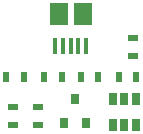
<source format=gtp>
%TF.GenerationSoftware,KiCad,Pcbnew,4.0.7*%
%TF.CreationDate,2017-12-10T14:51:51+08:00*%
%TF.ProjectId,MicroUSB,4D6963726F5553422E6B696361645F70,rev?*%
%TF.FileFunction,Paste,Top*%
%FSLAX46Y46*%
G04 Gerber Fmt 4.6, Leading zero omitted, Abs format (unit mm)*
G04 Created by KiCad (PCBNEW 4.0.7) date 12/10/17 14:51:51*
%MOMM*%
%LPD*%
G01*
G04 APERTURE LIST*
%ADD10C,0.100000*%
%ADD11R,0.800000X0.900000*%
%ADD12R,0.650000X1.060000*%
%ADD13R,0.500000X0.900000*%
%ADD14R,0.900000X0.500000*%
%ADD15R,1.500000X1.900000*%
%ADD16R,0.400000X1.350000*%
G04 APERTURE END LIST*
D10*
D11*
X7330000Y-11890000D03*
X9230000Y-11890000D03*
X8280000Y-9890000D03*
D12*
X13430000Y-9820000D03*
X12480000Y-9820000D03*
X11530000Y-9820000D03*
X11530000Y-12020000D03*
X13430000Y-12020000D03*
X12480000Y-12020000D03*
D13*
X13490000Y-7970000D03*
X11990000Y-7970000D03*
X8790000Y-7970000D03*
X10290000Y-7970000D03*
D14*
X13220000Y-6230000D03*
X13220000Y-4730000D03*
D13*
X5700000Y-7970000D03*
X7200000Y-7970000D03*
X3990000Y-7970000D03*
X2490000Y-7970000D03*
D14*
X3020000Y-12030000D03*
X3020000Y-10530000D03*
X5210000Y-12030000D03*
X5210000Y-10530000D03*
D15*
X6940000Y-2700000D03*
D16*
X8590000Y-5400000D03*
X9240000Y-5400000D03*
X6640000Y-5400000D03*
X7290000Y-5400000D03*
X7940000Y-5400000D03*
D15*
X8940000Y-2700000D03*
M02*

</source>
